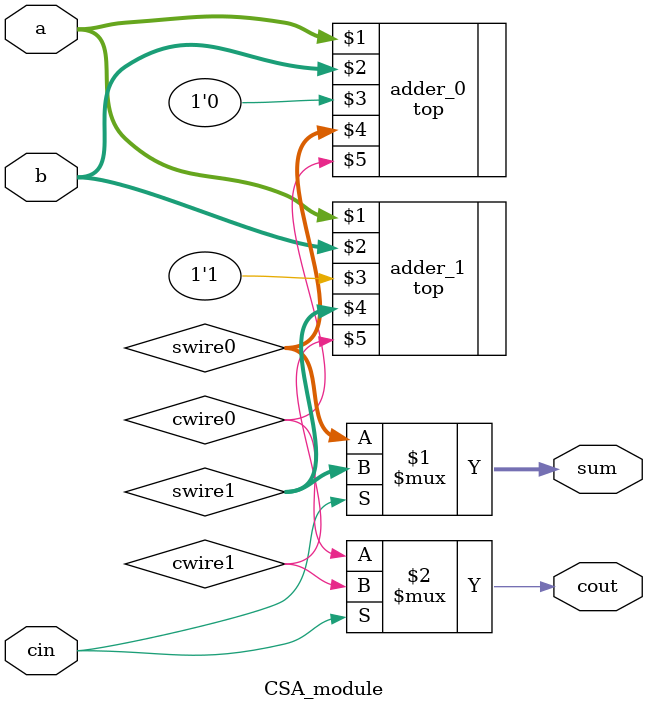
<source format=v>
`timescale 1ns / 1ps

module CSA_module(a, b, cin, sum, cout);
input [3:0] a;
input [3:0] b;
input cin;
output [3:0] sum;
output cout;

wire [3:0] swire0, swire1;
wire cwire0, cwire1;

top adder_0 (a, b, 1'b0, swire0, cwire0);//Carry 0
top adder_1 (a, b, 1'b1, swire1, cwire1);//Carry 1

assign sum = cin ? swire1 : swire0; //4bit Mux for Sum
assign cout = cin ? cwire1: cwire0; //1bit Mux for Carry Out

endmodule

</source>
